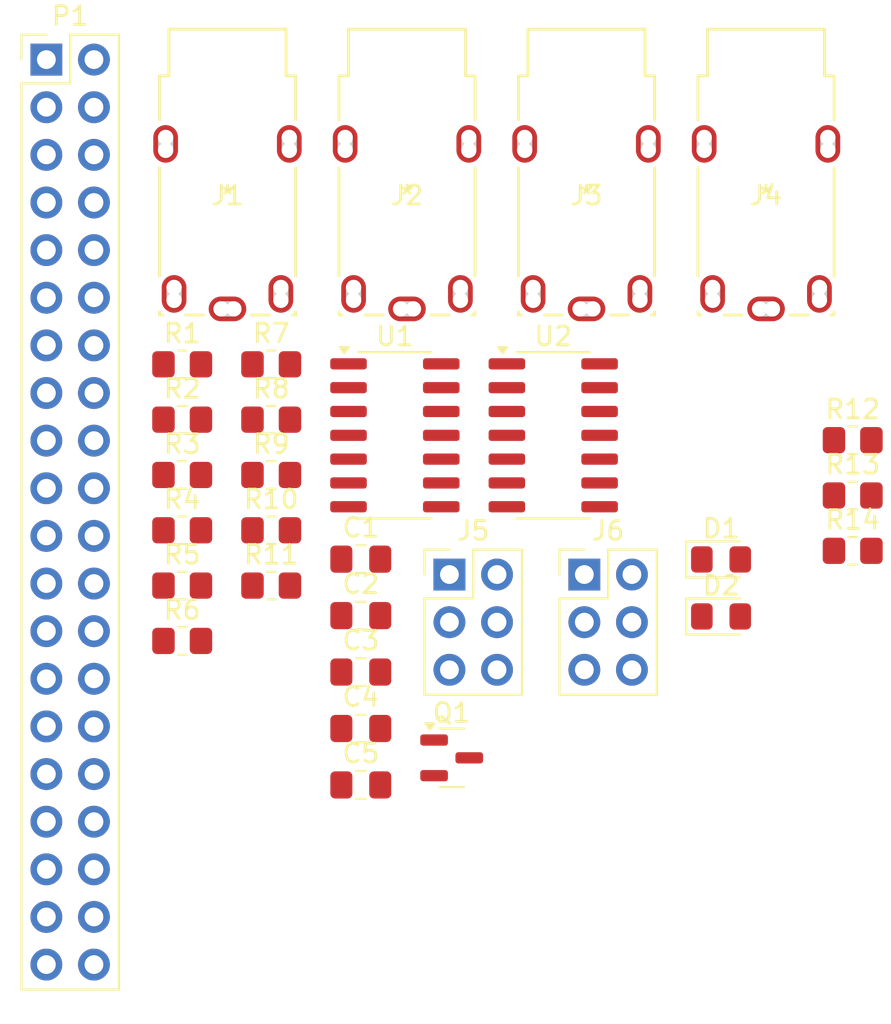
<source format=kicad_pcb>
(kicad_pcb (version 20240108) (generator "pcbnew") (generator_version "8.0")
  (layers (0 "F.Cu" signal) (31 "B.Cu" signal) (34 "B.Paste" user) (35 "F.Paste" user) (36 "B.SilkS" user "B.Silkscreen") (37 "F.SilkS" user "F.Silkscreen") (38 "B.Mask" user) (39 "F.Mask" user) (44 "Edge.Cuts" user))
  (net 0 "")
  (net 1 "Net-(C1-Pad1)")
  (net 2 "<NO NET>")
  (net 3 "Net-(C2-Pad1)")
  (net 4 "+3.3V")
  (net 5 "Net-(D1-A)")
  (net 6 "Net-(D2-K)")
  (net 7 "Net-(D2-A)")
  (net 8 "Net-(J5-Pin_3)")
  (net 9 "Net-(J5-Pin_1)")
  (net 10 "Net-(J5-Pin_5)")
  (net 11 "Net-(J6-Pin_2)")
  (net 12 "Net-(J6-Pin_4)")
  (net 13 "Net-(J6-Pin_6)")
  (net 15 "/ADC_CH0")
  (net 18 "/ADC_CH1")
  (net 20 "Net-(J5-Pin_4)")
  (net 21 "Net-(J6-Pin_1)")
  (net 23 "/SCLK")
  (net 33 "/IR_OUT")
  (net 36 "/MISO")
  (net 41 "/MOSI")
  (net 43 "/IR_OUT_POL")
  (net 46 "/IR_IN_POL")
  (net 47 "/ADC_CS")
  (net 48 "/IR_IN")
  (net 51 "+5V")
  (net 53 "Net-(Q1-G)")
  (net 54 "Net-(R3-Pad1)")
  (footprint "Resistor_SMD:R_0805_2012Metric_Pad1.20x1.40mm_HandSolder" (layer "F.Cu") (at 94 75.1)
    (property "Reference" "R12" (at 0 -1.65 0) (layer "F.SilkS"))
    (property "Value" "100K")
    (fp_line (start -0.227064 -0.735) (end 0.227064 -0.735) (stroke (width 0.12)) (layer "F.SilkS"))
    (fp_line (start -0.227064 0.735) (end 0.227064 0.735) (stroke (width 0.12)) (layer "F.SilkS"))
    (pad "1" smd roundrect (at -1 0) (size 1.2 1.4) (layers "F.Cu" "F.Paste" "F.Mask") (roundrect_rratio 0.208333) (net 2 "<NO NET>"))
    (pad "2" smd roundrect (at 1 0) (size 1.2 1.4) (layers "F.Cu" "F.Paste" "F.Mask") (roundrect_rratio 0.208333) (net 33 "/IR_OUT"))
  )
  (footprint "raspberry-pi-hat:54-00174_TEN" (layer "F.Cu") (at 70.21518 62.0478)
    (property "Reference" "J2" (at 0 0 0) (layer "F.SilkS"))
    (property "Value" "IR_OUT_JACK")
    (fp_line (start -3.6322 -6.3754) (end -3.1242 -6.3754) (stroke (width 0.1524)) (layer "F.SilkS"))
    (fp_line (start -3.6322 -4.02704) (end -3.6322 -6.3754) (stroke (width 0.1524)) (layer "F.SilkS"))
    (fp_line (start -3.6322 4.296747) (end -3.6322 -1.469758) (stroke (width 0.1524)) (layer "F.SilkS"))
    (fp_line (start -3.6322 6.3754) (end -3.6322 6.206153) (stroke (width 0.1524)) (layer "F.SilkS"))
    (fp_line (start -3.463303 6.3754) (end -3.6322 6.3754) (stroke (width 0.1524)) (layer "F.SilkS"))
    (fp_line (start -3.1242 -8.8646) (end 3.1242 -8.8646) (stroke (width 0.1524)) (layer "F.SilkS"))
    (fp_line (start -3.1242 -6.3754) (end -3.1242 -8.8646) (stroke (width 0.1524)) (layer "F.SilkS"))
    (fp_line (start -1.281755 6.3754) (end -2.236457 6.3754) (stroke (width 0.1524)) (layer "F.SilkS"))
    (fp_line (start 2.236457 6.3754) (end 1.281755 6.3754) (stroke (width 0.1524)) (layer "F.SilkS"))
    (fp_line (start 3.1242 -8.8646) (end 3.1242 -6.3754) (stroke (width 0.1524)) (layer "F.SilkS"))
    (fp_line (start 3.1242 -6.3754) (end 3.6322 -6.3754) (stroke (width 0.1524)) (layer "F.SilkS"))
    (fp_line (start 3.6322 -6.3754) (end 3.6322 -4.02704) (stroke (width 0.1524)) (layer "F.SilkS"))
    (fp_line (start 3.6322 -1.469758) (end 3.6322 4.296747) (stroke (width 0.1524)) (layer "F.SilkS"))
    (fp_line (start 3.6322 6.206153) (end 3.6322 6.3754) (stroke (width 0.1524)) (layer "F.SilkS"))
    (fp_line (start 3.6322 6.3754) (end 3.463303 6.3754) (stroke (width 0.1524)) (layer "F.SilkS"))
    (fp_line (start -3.29946 -2.405499) (end -3.29946 -3.091299) (stroke (width 0.8128)) (layer "Edge.Cuts"))
    (fp_line (start -2.84988 5.59435) (end -2.84988 4.90855) (stroke (width 0.8128)) (layer "Edge.Cuts"))
    (fp_line (start -0.3429 6.05155) (end 0.3429 6.05155) (stroke (width 0.8128)) (layer "Edge.Cuts"))
    (fp_line (start 2.84988 5.59435) (end 2.84988 4.90855) (stroke (width 0.8128)) (layer "Edge.Cuts"))
    (fp_line (start 3.29946 -2.405499) (end 3.29946 -3.091299) (stroke (width 0.8128)) (layer "Edge.Cuts"))
    (fp_text user "*" (at 0 0 0) (layer "F.SilkS"))
    (pad "" np_thru_hole circle (at -3.29946 -3.091299) (size 0.8128 0.8128) (drill 0.8128) (layers "*.Cu" "*.Mask"))
    (pad "" np_thru_hole circle (at -3.29946 -2.405499) (size 0.8128 0.8128) (drill 0.8128) (layers "*.Cu" "*.Mask"))
    (pad "" np_thru_hole circle (at -2.84988 4.90855) (size 0.8128 0.8128) (drill 0.8128) (layers "*.Cu" "*.Mask"))
    (pad "" np_thru_hole circle (at -2.84988 5.59435) (size 0.8128 0.8128) (drill 0.8128) (layers "*.Cu" "*.Mask"))
    (pad "" np_thru_hole circle (at -0.3429 6.05155) (size 0.8128 0.8128) (drill 0.8128) (layers "*.Cu" "*.Mask"))
    (pad "" np_thru_hole circle (at 0 -4.24815) (size 1.1938 1.1938) (drill 1.1938) (layers "*.Cu" "*.Mask"))
    (pad "" np_thru_hole circle (at 0 2.75082) (size 1.1938 1.1938) (drill 1.1938) (layers "*.Cu" "*.Mask"))
    (pad "" np_thru_hole circle (at 0.3429 6.05155) (size 0.8128 0.8128) (drill 0.8128) (layers "*.Cu" "*.Mask"))
    (pad "" np_thru_hole circle (at 2.84988 4.90855) (size 0.8128 0.8128) (drill 0.8128) (layers "*.Cu" "*.Mask"))
    (pad "" np_thru_hole circle (at 2.84988 5.59435) (size 0.8128 0.8128) (drill 0.8128) (layers "*.Cu" "*.Mask"))
    (pad "" np_thru_hole circle (at 3.29946 -3.091299) (size 0.8128 0.8128) (drill 0.8128) (layers "*.Cu" "*.Mask"))
    (pad "" np_thru_hole circle (at 3.29946 -2.405499) (size 0.8128 0.8128) (drill 0.8128) (layers "*.Cu" "*.Mask"))
    (pad "R1" smd oval (at -2.84988 5.25145) (size 1.3208 2.0066) (layers "F.Cu" "F.Paste" "F.Mask") (net 12 "Net-(J6-Pin_4)"))
    (pad "R2" smd oval (at 2.84988 5.25145) (size 1.3208 2.0066) (layers "F.Cu" "F.Paste" "F.Mask") (net 13 "Net-(J6-Pin_6)"))
    (pad "S" smd oval (at 0 6.05155) (size 2.0066 1.3208) (layers "F.Cu" "F.Paste" "F.Mask") (net 13 "Net-(J6-Pin_6)"))
    (pad "T" smd oval (at -3.29946 -2.748399) (size 1.3208 2.0066) (layers "F.Cu" "F.Paste" "F.Mask") (net 11 "Net-(J6-Pin_2)"))
    (pad "T" smd oval (at 3.29946 -2.748399) (size 1.3208 2.0066) (layers "F.Cu" "F.Paste" "F.Mask") (net 11 "Net-(J6-Pin_2)"))
  )
  (footprint "Resistor_SMD:R_0805_2012Metric_Pad1.20x1.40mm_HandSolder" (layer "F.Cu") (at 62.97 76.955)
    (property "Reference" "R9" (at 0 -1.65 0) (layer "F.SilkS"))
    (property "Value" "33R")
    (fp_line (start -0.227064 -0.735) (end 0.227064 -0.735) (stroke (width 0.12)) (layer "F.SilkS"))
    (fp_line (start -0.227064 0.735) (end 0.227064 0.735) (stroke (width 0.12)) (layer "F.SilkS"))
    (pad "1" smd roundrect (at -1 0) (size 1.2 1.4) (layers "F.Cu" "F.Paste" "F.Mask") (roundrect_rratio 0.208333) (net 3 "Net-(C2-Pad1)"))
    (pad "2" smd roundrect (at 1 0) (size 1.2 1.4) (layers "F.Cu" "F.Paste" "F.Mask") (roundrect_rratio 0.208333) (net 18 "/ADC_CH1"))
  )
  (footprint "raspberry-pi-hat:54-00174_TEN" (layer "F.Cu") (at 79.7953 62.0478)
    (property "Reference" "J3" (at 0 0 0) (layer "F.SilkS"))
    (property "Value" "ADC0_JACK")
    (fp_line (start -3.6322 -6.3754) (end -3.1242 -6.3754) (stroke (width 0.1524)) (layer "F.SilkS"))
    (fp_line (start -3.6322 -4.02704) (end -3.6322 -6.3754) (stroke (width 0.1524)) (layer "F.SilkS"))
    (fp_line (start -3.6322 4.296747) (end -3.6322 -1.469758) (stroke (width 0.1524)) (layer "F.SilkS"))
    (fp_line (start -3.6322 6.3754) (end -3.6322 6.206153) (stroke (width 0.1524)) (layer "F.SilkS"))
    (fp_line (start -3.463303 6.3754) (end -3.6322 6.3754) (stroke (width 0.1524)) (layer "F.SilkS"))
    (fp_line (start -3.1242 -8.8646) (end 3.1242 -8.8646) (stroke (width 0.1524)) (layer "F.SilkS"))
    (fp_line (start -3.1242 -6.3754) (end -3.1242 -8.8646) (stroke (width 0.1524)) (layer "F.SilkS"))
    (fp_line (start -1.281755 6.3754) (end -2.236457 6.3754) (stroke (width 0.1524)) (layer "F.SilkS"))
    (fp_line (start 2.236457 6.3754) (end 1.281755 6.3754) (stroke (width 0.1524)) (layer "F.SilkS"))
    (fp_line (start 3.1242 -8.8646) (end 3.1242 -6.3754) (stroke (width 0.1524)) (layer "F.SilkS"))
    (fp_line (start 3.1242 -6.3754) (end 3.6322 -6.3754) (stroke (width 0.1524)) (layer "F.SilkS"))
    (fp_line (start 3.6322 -6.3754) (end 3.6322 -4.02704) (stroke (width 0.1524)) (layer "F.SilkS"))
    (fp_line (start 3.6322 -1.469758) (end 3.6322 4.296747) (stroke (width 0.1524)) (layer "F.SilkS"))
    (fp_line (start 3.6322 6.206153) (end 3.6322 6.3754) (stroke (width 0.1524)) (layer "F.SilkS"))
    (fp_line (start 3.6322 6.3754) (end 3.463303 6.3754) (stroke (width 0.1524)) (layer "F.SilkS"))
    (fp_line (start -3.29946 -2.405499) (end -3.29946 -3.091299) (stroke (width 0.8128)) (layer "Edge.Cuts"))
    (fp_line (start -2.84988 5.59435) (end -2.84988 4.90855) (stroke (width 0.8128)) (layer "Edge.Cuts"))
    (fp_line (start -0.3429 6.05155) (end 0.3429 6.05155) (stroke (width 0.8128)) (layer "Edge.Cuts"))
    (fp_line (start 2.84988 5.59435) (end 2.84988 4.90855) (stroke (width 0.8128)) (layer "Edge.Cuts"))
    (fp_line (start 3.29946 -2.405499) (end 3.29946 -3.091299) (stroke (width 0.8128)) (layer "Edge.Cuts"))
    (fp_text user "*" (at 0 0 0) (layer "F.SilkS"))
    (pad "" np_thru_hole circle (at -3.29946 -3.091299) (size 0.8128 0.8128) (drill 0.8128) (layers "*.Cu" "*.Mask"))
    (pad "" np_thru_hole circle (at -3.29946 -2.405499) (size 0.8128 0.8128) (drill 0.8128) (layers "*.Cu" "*.Mask"))
    (pad "" np_thru_hole circle (at -2.84988 4.90855) (size 0.8128 0.8128) (drill 0.8128) (layers "*.Cu" "*.Mask"))
    (pad "" np_thru_hole circle (at -2.84988 5.59435) (size 0.8128 0.8128) (drill 0.8128) (layers "*.Cu" "*.Mask"))
    (pad "" np_thru_hole circle (at -0.3429 6.05155) (size 0.8128 0.8128) (drill 0.8128) (layers "*.Cu" "*.Mask"))
    (pad "" np_thru_hole circle (at 0 -4.24815) (size 1.1938 1.1938) (drill 1.1938) (layers "*.Cu" "*.Mask"))
    (pad "" np_thru_hole circle (at 0 2.75082) (size 1.1938 1.1938) (drill 1.1938) (layers "*.Cu" "*.Mask"))
    (pad "" np_thru_hole circle (at 0.3429 6.05155) (size 0.8128 0.8128) (drill 0.8128) (layers "*.Cu" "*.Mask"))
    (pad "" np_thru_hole circle (at 2.84988 4.90855) (size 0.8128 0.8128) (drill 0.8128) (layers "*.Cu" "*.Mask"))
    (pad "" np_thru_hole circle (at 2.84988 5.59435) (size 0.8128 0.8128) (drill 0.8128) (layers "*.Cu" "*.Mask"))
    (pad "" np_thru_hole circle (at 3.29946 -3.091299) (size 0.8128 0.8128) (drill 0.8128) (layers "*.Cu" "*.Mask"))
    (pad "" np_thru_hole circle (at 3.29946 -2.405499) (size 0.8128 0.8128) (drill 0.8128) (layers "*.Cu" "*.Mask"))
    (pad "R1" smd oval (at -2.84988 5.25145) (size 1.3208 2.0066) (layers "F.Cu" "F.Paste" "F.Mask"))
    (pad "R2" smd oval (at 2.84988 5.25145) (size 1.3208 2.0066) (layers "F.Cu" "F.Paste" "F.Mask"))
    (pad "S" smd oval (at 0 6.05155) (size 2.0066 1.3208) (layers "F.Cu" "F.Paste" "F.Mask") (net 1 "Net-(C1-Pad1)"))
    (pad "T" smd oval (at -3.29946 -2.748399) (size 1.3208 2.0066) (layers "F.Cu" "F.Paste" "F.Mask") (net 15 "/ADC_CH0"))
    (pad "T" smd oval (at 3.29946 -2.748399) (size 1.3208 2.0066) (layers "F.Cu" "F.Paste" "F.Mask") (net 15 "/ADC_CH0"))
  )
  (footprint "Connector_PinHeader_2.54mm:PinHeader_2x03_P2.54mm_Vertical" (layer "F.Cu") (at 72.48 82.265)
    (property "Reference" "J5" (at 1.27 -2.33 0) (layer "F.SilkS"))
    (property "Value" "IR_IN_JMP")
    (fp_line (start -1.33 -1.33) (end 0 -1.33) (stroke (width 0.12)) (layer "F.SilkS"))
    (fp_line (start -1.33 0) (end -1.33 -1.33) (stroke (width 0.12)) (layer "F.SilkS"))
    (fp_line (start -1.33 1.27) (end -1.33 6.41) (stroke (width 0.12)) (layer "F.SilkS"))
    (fp_line (start -1.33 1.27) (end 1.27 1.27) (stroke (width 0.12)) (layer "F.SilkS"))
    (fp_line (start -1.33 6.41) (end 3.87 6.41) (stroke (width 0.12)) (layer "F.SilkS"))
    (fp_line (start 1.27 -1.33) (end 3.87 -1.33) (stroke (width 0.12)) (layer "F.SilkS"))
    (fp_line (start 1.27 1.27) (end 1.27 -1.33) (stroke (width 0.12)) (layer "F.SilkS"))
    (fp_line (start 3.87 -1.33) (end 3.87 6.41) (stroke (width 0.12)) (layer "F.SilkS"))
    (pad "1" thru_hole rect (at 0 0) (size 1.7 1.7) (drill 1) (layers "*.Cu" "*.Mask") (net 9 "Net-(J5-Pin_1)"))
    (pad "2" thru_hole oval (at 2.54 0) (size 1.7 1.7) (drill 1) (layers "*.Cu" "*.Mask") (net 4 "+3.3V"))
    (pad "3" thru_hole oval (at 0 2.54) (size 1.7 1.7) (drill 1) (layers "*.Cu" "*.Mask") (net 8 "Net-(J5-Pin_3)"))
    (pad "4" thru_hole oval (at 2.54 2.54) (size 1.7 1.7) (drill 1) (layers "*.Cu" "*.Mask") (net 20 "Net-(J5-Pin_4)"))
    (pad "5" thru_hole oval (at 0 5.08) (size 1.7 1.7) (drill 1) (layers "*.Cu" "*.Mask") (net 10 "Net-(J5-Pin_5)"))
    (pad "6" thru_hole oval (at 2.54 5.08) (size 1.7 1.7) (drill 1) (layers "*.Cu" "*.Mask") (net 2 "<NO NET>"))
  )
  (footprint "Resistor_SMD:R_0805_2012Metric_Pad1.20x1.40mm_HandSolder" (layer "F.Cu") (at 58.22 71.055)
    (property "Reference" "R1" (at 0 -1.65 0) (layer "F.SilkS"))
    (property "Value" "180R")
    (fp_line (start -0.227064 -0.735) (end 0.227064 -0.735) (stroke (width 0.12)) (layer "F.SilkS"))
    (fp_line (start -0.227064 0.735) (end 0.227064 0.735) (stroke (width 0.12)) (layer "F.SilkS"))
    (pad "1" smd roundrect (at -1 0) (size 1.2 1.4) (layers "F.Cu" "F.Paste" "F.Mask") (roundrect_rratio 0.208333) (net 48 "/IR_IN"))
    (pad "2" smd roundrect (at 1 0) (size 1.2 1.4) (layers "F.Cu" "F.Paste" "F.Mask") (roundrect_rratio 0.208333) (net 5 "Net-(D1-A)"))
  )
  (footprint "Connector_PinHeader_2.54mm:PinHeader_2x03_P2.54mm_Vertical" (layer "F.Cu") (at 79.68 82.265)
    (property "Reference" "J6" (at 1.27 -2.33 0) (layer "F.SilkS"))
    (property "Value" "IR_OUT_JMP")
    (fp_line (start -1.33 -1.33) (end 0 -1.33) (stroke (width 0.12)) (layer "F.SilkS"))
    (fp_line (start -1.33 0) (end -1.33 -1.33) (stroke (width 0.12)) (layer "F.SilkS"))
    (fp_line (start -1.33 1.27) (end -1.33 6.41) (stroke (width 0.12)) (layer "F.SilkS"))
    (fp_line (start -1.33 1.27) (end 1.27 1.27) (stroke (width 0.12)) (layer "F.SilkS"))
    (fp_line (start -1.33 6.41) (end 3.87 6.41) (stroke (width 0.12)) (layer "F.SilkS"))
    (fp_line (start 1.27 -1.33) (end 3.87 -1.33) (stroke (width 0.12)) (layer "F.SilkS"))
    (fp_line (start 1.27 1.27) (end 1.27 -1.33) (stroke (width 0.12)) (layer "F.SilkS"))
    (fp_line (start 3.87 -1.33) (end 3.87 6.41) (stroke (width 0.12)) (layer "F.SilkS"))
    (pad "1" thru_hole rect (at 0 0) (size 1.7 1.7) (drill 1) (layers "*.Cu" "*.Mask") (net 21 "Net-(J6-Pin_1)"))
    (pad "2" thru_hole oval (at 2.54 0) (size 1.7 1.7) (drill 1) (layers "*.Cu" "*.Mask") (net 11 "Net-(J6-Pin_2)"))
    (pad "3" thru_hole oval (at 0 2.54) (size 1.7 1.7) (drill 1) (layers "*.Cu" "*.Mask") (net 6 "Net-(D2-K)"))
    (pad "4" thru_hole oval (at 2.54 2.54) (size 1.7 1.7) (drill 1) (layers "*.Cu" "*.Mask") (net 12 "Net-(J6-Pin_4)"))
    (pad "5" thru_hole oval (at 0 5.08) (size 1.7 1.7) (drill 1) (layers "*.Cu" "*.Mask") (net 6 "Net-(D2-K)"))
    (pad "6" thru_hole oval (at 2.54 5.08) (size 1.7 1.7) (drill 1) (layers "*.Cu" "*.Mask") (net 13 "Net-(J6-Pin_6)"))
  )
  (footprint "Resistor_SMD:R_0805_2012Metric_Pad1.20x1.40mm_HandSolder" (layer "F.Cu") (at 58.22 85.805)
    (property "Reference" "R6" (at 0 -1.65 0) (layer "F.SilkS"))
    (property "Value" "10K")
    (fp_line (start -0.227064 -0.735) (end 0.227064 -0.735) (stroke (width 0.12)) (layer "F.SilkS"))
    (fp_line (start -0.227064 0.735) (end 0.227064 0.735) (stroke (width 0.12)) (layer "F.SilkS"))
    (pad "1" smd roundrect (at -1 0) (size 1.2 1.4) (layers "F.Cu" "F.Paste" "F.Mask") (roundrect_rratio 0.208333) (net 2 "<NO NET>"))
    (pad "2" smd roundrect (at 1 0) (size 1.2 1.4) (layers "F.Cu" "F.Paste" "F.Mask") (roundrect_rratio 0.208333) (net 1 "Net-(C1-Pad1)"))
  )
  (footprint "Resistor_SMD:R_0805_2012Metric_Pad1.20x1.40mm_HandSolder" (layer "F.Cu") (at 58.22 82.855)
    (property "Reference" "R5" (at 0 -1.65 0) (layer "F.SilkS"))
    (property "Value" "180R")
    (fp_line (start -0.227064 -0.735) (end 0.227064 -0.735) (stroke (width 0.12)) (layer "F.SilkS"))
    (fp_line (start -0.227064 0.735) (end 0.227064 0.735) (stroke (width 0.12)) (layer "F.SilkS"))
    (pad "1" smd roundrect (at -1 0) (size 1.2 1.4) (layers "F.Cu" "F.Paste" "F.Mask") (roundrect_rratio 0.208333) (net 7 "Net-(D2-A)"))
    (pad "2" smd roundrect (at 1 0) (size 1.2 1.4) (layers "F.Cu" "F.Paste" "F.Mask") (roundrect_rratio 0.208333) (net 4 "+3.3V"))
  )
  (footprint "Capacitor_SMD:C_0805_2012Metric_Pad1.18x1.45mm_HandSolder" (layer "F.Cu") (at 67.75 90.475)
    (property "Reference" "C4" (at 0 -1.68 0) (layer "F.SilkS"))
    (property "Value" "0.1uF")
    (fp_line (start -0.261252 -0.735) (end 0.261252 -0.735) (stroke (width 0.12)) (layer "F.SilkS"))
    (fp_line (start -0.261252 0.735) (end 0.261252 0.735) (stroke (width 0.12)) (layer "F.SilkS"))
    (pad "1" smd roundrect (at -1.0375 0) (size 1.175 1.45) (layers "F.Cu" "F.Paste" "F.Mask") (roundrect_rratio 0.212766) (net 4 "+3.3V"))
    (pad "2" smd roundrect (at 1.0375 0) (size 1.175 1.45) (layers "F.Cu" "F.Paste" "F.Mask") (roundrect_rratio 0.212766) (net 2 "<NO NET>"))
  )
  (footprint "Capacitor_SMD:C_0805_2012Metric_Pad1.18x1.45mm_HandSolder" (layer "F.Cu") (at 67.75 87.465)
    (property "Reference" "C3" (at 0 -1.68 0) (layer "F.SilkS"))
    (property "Value" "0.1uF")
    (fp_line (start -0.261252 -0.735) (end 0.261252 -0.735) (stroke (width 0.12)) (layer "F.SilkS"))
    (fp_line (start -0.261252 0.735) (end 0.261252 0.735) (stroke (width 0.12)) (layer "F.SilkS"))
    (pad "1" smd roundrect (at -1.0375 0) (size 1.175 1.45) (layers "F.Cu" "F.Paste" "F.Mask") (roundrect_rratio 0.212766) (net 4 "+3.3V"))
    (pad "2" smd roundrect (at 1.0375 0) (size 1.175 1.45) (layers "F.Cu" "F.Paste" "F.Mask") (roundrect_rratio 0.212766) (net 2 "<NO NET>"))
  )
  (footprint "Capacitor_SMD:C_0805_2012Metric_Pad1.18x1.45mm_HandSolder" (layer "F.Cu") (at 67.75 84.455)
    (property "Reference" "C2" (at 0 -1.68 0) (layer "F.SilkS"))
    (property "Value" "10uF")
    (fp_line (start -0.261252 -0.735) (end 0.261252 -0.735) (stroke (width 0.12)) (layer "F.SilkS"))
    (fp_line (start -0.261252 0.735) (end 0.261252 0.735) (stroke (width 0.12)) (layer "F.SilkS"))
    (pad "1" smd roundrect (at -1.0375 0) (size 1.175 1.45) (layers "F.Cu" "F.Paste" "F.Mask") (roundrect_rratio 0.212766) (net 3 "Net-(C2-Pad1)"))
    (pad "2" smd roundrect (at 1.0375 0) (size 1.175 1.45) (layers "F.Cu" "F.Paste" "F.Mask") (roundrect_rratio 0.212766) (net 2 "<NO NET>"))
  )
  (footprint "Capacitor_SMD:C_0805_2012Metric_Pad1.18x1.45mm_HandSolder" (layer "F.Cu") (at 67.75 81.445)
    (property "Reference" "C1" (at 0 -1.68 0) (layer "F.SilkS"))
    (property "Value" "10uF")
    (fp_line (start -0.261252 -0.735) (end 0.261252 -0.735) (stroke (width 0.12)) (layer "F.SilkS"))
    (fp_line (start -0.261252 0.735) (end 0.261252 0.735) (stroke (width 0.12)) (layer "F.SilkS"))
    (pad "1" smd roundrect (at -1.0375 0) (size 1.175 1.45) (layers "F.Cu" "F.Paste" "F.Mask") (roundrect_rratio 0.212766) (net 1 "Net-(C1-Pad1)"))
    (pad "2" smd roundrect (at 1.0375 0) (size 1.175 1.45) (layers "F.Cu" "F.Paste" "F.Mask") (roundrect_rratio 0.212766) (net 2 "<NO NET>"))
  )
  (footprint "Connector_PinHeader_2.54mm:PinHeader_2x20_P2.54mm_Vertical" (layer "F.Cu") (at 50.97 54.805)
    (property "Reference" "P1" (at 1.27 -2.33 0) (layer "F.SilkS"))
    (property "Value" "RPi-GPIO")
    (fp_line (start -1.33 -1.33) (end 0 -1.33) (stroke (width 0.12)) (layer "F.SilkS"))
    (fp_line (start -1.33 0) (end -1.33 -1.33) (stroke (width 0.12)) (layer "F.SilkS"))
    (fp_line (start -1.33 1.27) (end -1.33 49.59) (stroke (width 0.12)) (layer "F.SilkS"))
    (fp_line (start -1.33 1.27) (end 1.27 1.27) (stroke (width 0.12)) (layer "F.SilkS"))
    (fp_line (start -1.33 49.59) (end 3.87 49.59) (stroke (width 0.12)) (layer "F.SilkS"))
    (fp_line (start 1.27 -1.33) (end 3.87 -1.33) (stroke (width 0.12)) (layer "F.SilkS"))
    (fp_line (start 1.27 1.27) (end 1.27 -1.33) (stroke (width 0.12)) (layer "F.SilkS"))
    (fp_line (start 3.87 -1.33) (end 3.87 49.59) (stroke (width 0.12)) (layer "F.SilkS"))
    (pad "1" thru_hole rect (at 0 0) (size 1.7 1.7) (drill 1) (layers "*.Cu" "*.Mask") (net 4 "+3.3V"))
    (pad "2" thru_hole oval (at 2.54 0) (size 1.7 1.7) (drill 1) (layers "*.Cu" "*.Mask") (net 51 "+5V"))
    (pad "3" thru_hole oval (at 0 2.54) (size 1.7 1.7) (drill 1) (layers "*.Cu" "*.Mask"))
    (pad "4" thru_hole oval (at 2.54 2.54) (size 1.7 1.7) (drill 1) (layers "*.Cu" "*.Mask"))
    (pad "5" thru_hole oval (at 0 5.08) (size 1.7 1.7) (drill 1) (layers "*.Cu" "*.Mask"))
    (pad "6" thru_hole oval (at 2.54 5.08) (size 1.7 1.7) (drill 1) (layers "*.Cu" "*.Mask") (net 2 "<NO NET>"))
    (pad "7" thru_hole oval (at 0 7.62) (size 1.7 1.7) (drill 1) (layers "*.Cu" "*.Mask"))
    (pad "8" thru_hole oval (at 2.54 7.62) (size 1.7 1.7) (drill 1) (layers "*.Cu" "*.Mask"))
    (pad "9" thru_hole oval (at 0 10.16) (size 1.7 1.7) (drill 1) (layers "*.Cu" "*.Mask") (net 2 "<NO NET>"))
    (pad "10" thru_hole oval (at 2.54 10.16) (size 1.7 1.7) (drill 1) (layers "*.Cu" "*.Mask"))
    (pad "11" thru_hole oval (at 0 12.7) (size 1.7 1.7) (drill 1) (layers "*.Cu" "*.Mask") (net 48 "/IR_IN"))
    (pad "12" thru_hole oval (at 2.54 12.7) (size 1.7 1.7) (drill 1) (layers "*.Cu" "*.Mask") (net 33 "/IR_OUT"))
    (pad "13" thru_hole oval (at 0 15.24) (size 1.7 1.7) (drill 1) (layers "*.Cu" "*.Mask"))
    (pad "14" thru_hole oval (at 2.54 15.24) (size 1.7 1.7) (drill 1) (layers "*.Cu" "*.Mask") (net 2 "<NO NET>"))
    (pad "15" thru_hole oval (at 0 17.78) (size 1.7 1.7) (drill 1) (layers "*.Cu" "*.Mask"))
    (pad "16" thru_hole oval (at 2.54 17.78) (size 1.7 1.7) (drill 1) (layers "*.Cu" "*.Mask") (net 43 "/IR_OUT_POL"))
    (pad "17" thru_hole oval (at 0 20.32) (size 1.7 1.7) (drill 1) (layers "*.Cu" "*.Mask"))
    (pad "18" thru_hole oval (at 2.54 20.32) (size 1.7 1.7) (drill 1) (layers "*.Cu" "*.Mask"))
    (pad "19" thru_hole oval (at 0 22.86) (size 1.7 1.7) (drill 1) (layers "*.Cu" "*.Mask") (net 41 "/MOSI"))
    (pad "20" thru_hole oval (at 2.54 22.86) (size 1.7 1.7) (drill 1) (layers "*.Cu" "*.Mask") (net 2 "<NO NET>"))
    (pad "21" thru_hole oval (at 0 25.4) (size 1.7 1.7) (drill 1) (layers "*.Cu" "*.Mask") (net 36 "/MISO"))
    (pad "22" thru_hole oval (at 2.54 25.4) (size 1.7 1.7) (drill 1) (layers "*.Cu" "*.Mask") (net 46 "/IR_IN_POL"))
    (pad "23" thru_hole oval (at 0 27.94) (size 1.7 1.7) (drill 1) (layers "*.Cu" "*.Mask") (net 23 "/SCLK"))
    (pad "24" thru_hole oval (at 2.54 27.94) (size 1.7 1.7) (drill 1) (layers "*.Cu" "*.Mask") (net 47 "/ADC_CS"))
    (pad "25" thru_hole oval (at 0 30.48) (size 1.7 1.7) (drill 1) (layers "*.Cu" "*.Mask") (net 2 "<NO NET>"))
    (pad "26" thru_hole oval (at 2.54 30.48) (size 1.7 1.7) (drill 1) (layers "*.Cu" "*.Mask"))
    (pad "27" thru_hole oval (at 0 33.02) (size 1.7 1.7) (drill 1) (layers "*.Cu" "*.Mask"))
    (pad "28" thru_hole oval (at 2.54 33.02) (size 1.7 1.7) (drill 1) (layers "*.Cu" "*.Mask"))
    (pad "29" thru_hole oval (at 0 35.56) (size 1.7 1.7) (drill 1) (layers "*.Cu" "*.Mask"))
    (pad "30" thru_hole oval (at 2.54 35.56) (size 1.7 1.7) (drill 1) (layers "*.Cu" "*.Mask") (net 2 "<NO NET>"))
    (pad "31" thru_hole oval (at 0 38.1) (size 1.7 1.7) (drill 1) (layers "*.Cu" "*.Mask"))
    (pad "32" thru_hole oval (at 2.54 38.1) (size 1.7 1.7) (drill 1) (layers "*.Cu" "*.Mask"))
    (pad "33" thru_hole oval (at 0 40.64) (size 1.7 1.7) (drill 1) (layers "*.Cu" "*.Mask"))
    (pad "34" thru_hole oval (at 2.54 40.64) (size 1.7 1.7) (drill 1) (layers "*.Cu" "*.Mask") (net 2 "<NO NET>"))
    (pad "35" thru_hole oval (at 0 43.18) (size 1.7 1.7) (drill 1) (layers "*.Cu" "*.Mask"))
    (pad "36" thru_hole oval (at 2.54 43.18) (size 1.7 1.7) (drill 1) (layers "*.Cu" "*.Mask"))
    (pad "37" thru_hole oval (at 0 45.72) (size 1.7 1.7) (drill 1) (layers "*.Cu" "*.Mask"))
    (pad "38" thru_hole oval (at 2.54 45.72) (size 1.7 1.7) (drill 1) (layers "*.Cu" "*.Mask"))
    (pad "39" thru_hole oval (at 0 48.26) (size 1.7 1.7) (drill 1) (layers "*.Cu" "*.Mask") (net 2 "<NO NET>"))
    (pad "40" thru_hole oval (at 2.54 48.26) (size 1.7 1.7) (drill 1) (layers "*.Cu" "*.Mask"))
  )
  (footprint "LED_SMD:LED_0805_2012Metric_Pad1.15x1.40mm_HandSolder" (layer "F.Cu") (at 86.975 84.5)
    (property "Reference" "D2" (at 0 -1.65 0) (layer "F.SilkS"))
    (property "Value" "IR_OUT_LED")
    (fp_line (start -1.86 -0.96) (end -1.86 0.96) (stroke (width 0.12)) (layer "F.SilkS"))
    (fp_line (start -1.86 0.96) (end 1 0.96) (stroke (width 0.12)) (layer "F.SilkS"))
    (fp_line (start 1 -0.96) (end -1.86 -0.96) (stroke (width 0.12)) (layer "F.SilkS"))
    (pad "1" smd roundrect (at -1.025 0) (size 1.15 1.4) (layers "F.Cu" "F.Paste" "F.Mask") (roundrect_rratio 0.217391) (net 6 "Net-(D2-K)"))
    (pad "2" smd roundrect (at 1.025 0) (size 1.15 1.4) (layers "F.Cu" "F.Paste" "F.Mask") (roundrect_rratio 0.217391) (net 7 "Net-(D2-A)"))
  )
  (footprint "Resistor_SMD:R_0805_2012Metric_Pad1.20x1.40mm_HandSolder" (layer "F.Cu") (at 58.22 79.905)
    (property "Reference" "R4" (at 0 -1.65 0) (layer "F.SilkS"))
    (property "Value" "180R")
    (fp_line (start -0.227064 -0.735) (end 0.227064 -0.735) (stroke (width 0.12)) (layer "F.SilkS"))
    (fp_line (start -0.227064 0.735) (end 0.227064 0.735) (stroke (width 0.12)) (layer "F.SilkS"))
    (pad "1" smd roundrect (at -1 0) (size 1.2 1.4) (layers "F.Cu" "F.Paste" "F.Mask") (roundrect_rratio 0.208333) (net 21 "Net-(J6-Pin_1)"))
    (pad "2" smd roundrect (at 1 0) (size 1.2 1.4) (layers "F.Cu" "F.Paste" "F.Mask") (roundrect_rratio 0.208333) (net 4 "+3.3V"))
  )
  (footprint "Capacitor_SMD:C_0805_2012Metric_Pad1.18x1.45mm_HandSolder" (layer "F.Cu") (at 67.75 93.485)
    (property "Reference" "C5" (at 0 -1.68 0) (layer "F.SilkS"))
    (property "Value" "0.1uF")
    (fp_line (start -0.261252 -0.735) (end 0.261252 -0.735) (stroke (width 0.12)) (layer "F.SilkS"))
    (fp_line (start -0.261252 0.735) (end 0.261252 0.735) (stroke (width 0.12)) (layer "F.SilkS"))
    (pad "1" smd roundrect (at -1.0375 0) (size 1.175 1.45) (layers "F.Cu" "F.Paste" "F.Mask") (roundrect_rratio 0.212766) (net 4 "+3.3V"))
    (pad "2" smd roundrect (at 1.0375 0) (size 1.175 1.45) (layers "F.Cu" "F.Paste" "F.Mask") (roundrect_rratio 0.212766) (net 2 "<NO NET>"))
  )
  (footprint "Resistor_SMD:R_0805_2012Metric_Pad1.20x1.40mm_HandSolder" (layer "F.Cu") (at 62.97 71.055)
    (property "Reference" "R7" (at 0 -1.65 0) (layer "F.SilkS"))
    (property "Value" "10K")
    (fp_line (start -0.227064 -0.735) (end 0.227064 -0.735) (stroke (width 0.12)) (layer "F.SilkS"))
    (fp_line (start -0.227064 0.735) (end 0.227064 0.735) (stroke (width 0.12)) (layer "F.SilkS"))
    (pad "1" smd roundrect (at -1 0) (size 1.2 1.4) (layers "F.Cu" "F.Paste" "F.Mask") (roundrect_rratio 0.208333) (net 1 "Net-(C1-Pad1)"))
    (pad "2" smd roundrect (at 1 0) (size 1.2 1.4) (layers "F.Cu" "F.Paste" "F.Mask") (roundrect_rratio 0.208333) (net 4 "+3.3V"))
  )
  (footprint "raspberry-pi-hat:54-00174_TEN" (layer "F.Cu") (at 60.63506 62.0478)
    (property "Reference" "J1" (at 0 0 0) (layer "F.SilkS"))
    (property "Value" "IR_IN_JACK")
    (fp_line (start -3.6322 -6.3754) (end -3.1242 -6.3754) (stroke (width 0.1524)) (layer "F.SilkS"))
    (fp_line (start -3.6322 -4.02704) (end -3.6322 -6.3754) (stroke (width 0.1524)) (layer "F.SilkS"))
    (fp_line (start -3.6322 4.296747) (end -3.6322 -1.469758) (stroke (width 0.1524)) (layer "F.SilkS"))
    (fp_line (start -3.6322 6.3754) (end -3.6322 6.206153) (stroke (width 0.1524)) (layer "F.SilkS"))
    (fp_line (start -3.463303 6.3754) (end -3.6322 6.3754) (stroke (width 0.1524)) (layer "F.SilkS"))
    (fp_line (start -3.1242 -8.8646) (end 3.1242 -8.8646) (stroke (width 0.1524)) (layer "F.SilkS"))
    (fp_line (start -3.1242 -6.3754) (end -3.1242 -8.8646) (stroke (width 0.1524)) (layer "F.SilkS"))
    (fp_line (start -1.281755 6.3754) (end -2.236457 6.3754) (stroke (width 0.1524)) (layer "F.SilkS"))
    (fp_line (start 2.236457 6.3754) (end 1.281755 6.3754) (stroke (width 0.1524)) (layer "F.SilkS"))
    (fp_line (start 3.1242 -8.8646) (end 3.1242 -6.3754) (stroke (width 0.1524)) (layer "F.SilkS"))
    (fp_line (start 3.1242 -6.3754) (end 3.6322 -6.3754) (stroke (width 0.1524)) (layer "F.SilkS"))
    (fp_line (start 3.6322 -6.3754) (end 3.6322 -4.02704) (stroke (width 0.1524)) (layer "F.SilkS"))
    (fp_line (start 3.6322 -1.469758) (end 3.6322 4.296747) (stroke (width 0.1524)) (layer "F.SilkS"))
    (fp_line (start 3.6322 6.206153) (end 3.6322 6.3754) (stroke (width 0.1524)) (layer "F.SilkS"))
    (fp_line (start 3.6322 6.3754) (end 3.463303 6.3754) (stroke (width 0.1524)) (layer "F.SilkS"))
    (fp_line (start -3.29946 -2.405499) (end -3.29946 -3.091299) (stroke (width 0.8128)) (layer "Edge.Cuts"))
    (fp_line (start -2.84988 5.59435) (end -2.84988 4.90855) (stroke (width 0.8128)) (layer "Edge.Cuts"))
    (fp_line (start -0.3429 6.05155) (end 0.3429 6.05155) (stroke (width 0.8128)) (layer "Edge.Cuts"))
    (fp_line (start 2.84988 5.59435) (end 2.84988 4.90855) (stroke (width 0.8128)) (layer "Edge.Cuts"))
    (fp_line (start 3.29946 -2.405499) (end 3.29946 -3.091299) (stroke (width 0.8128)) (layer "Edge.Cuts"))
    (fp_text user "*" (at 0 0 0) (layer "F.SilkS"))
    (pad "" np_thru_hole circle (at -3.29946 -3.091299) (size 0.8128 0.8128) (drill 0.8128) (layers "*.Cu" "*.Mask"))
    (pad "" np_thru_hole circle (at -3.29946 -2.405499) (size 0.8128 0.8128) (drill 0.8128) (layers "*.Cu" "*.Mask"))
    (pad "" np_thru_hole circle (at -2.84988 4.90855) (size 0.8128 0.8128) (drill 0.8128) (layers "*.Cu" "*.Mask"))
    (pad "" np_thru_hole circle (at -2.84988 5.59435) (size 0.8128 0.8128) (drill 0.8128) (layers "*.Cu" "*.Mask"))
    (pad "" np_thru_hole circle (at -0.3429 6.05155) (size 0.8128 0.8128) (drill 0.8128) (layers "*.Cu" "*.Mask"))
    (pad "" np_thru_hole circle (at 0 -4.24815) (size 1.1938 1.1938) (drill 1.1938) (layers "*.Cu" "*.Mask"))
    (pad "" np_thru_hole circle (at 0 2.75082) (size 1.1938 1.1938) (drill 1.1938) (layers "*.Cu" "*.Mask"))
    (pad "" np_thru_hole circle (at 0.3429 6.05155) (size 0.8128 0.8128) (drill 0.8128) (layers "*.Cu" "*.Mask"))
    (pad "" np_thru_hole circle (at 2.84988 4.90855) (size 0.8128 0.8128) (drill 0.8128) (layers "*.Cu" "*.Mask"))
    (pad "" np_thru_hole circle (at 2.84988 5.59435) (size 0.8128 0.8128) (drill 0.8128) (layers "*.Cu" "*.Mask"))
    (pad "" np_thru_hole circle (at 3.29946 -3.091299) (size 0.8128 0.8128) (drill 0.8128) (layers "*.Cu" "*.Mask"))
    (pad "" np_thru_hole circle (at 3.29946 -2.405499) (size 0.8128 0.8128) (drill 0.8128) (layers "*.Cu" "*.Mask"))
    (pad "R1" smd oval (at -2.84988 5.25145) (size 1.3208 2.0066) (layers "F.Cu" "F.Paste" "F.Mask") (net 8 "Net-(J5-Pin_3)"))
    (pad "R2" smd oval (at 2.84988 5.25145) (size 1.3208 2.0066) (layers "F.Cu" "F.Paste" "F.Mask") (net 9 "Net-(J5-Pin_1)"))
    (pad "S" smd oval (at 0 6.05155) (size 2.0066 1.3208) (layers "F.Cu" "F.Paste" "F.Mask") (net 9 "Net-(J5-Pin_1)"))
    (pad "T" smd oval (at -3.29946 -2.748399) (size 1.3208 2.0066) (layers "F.Cu" "F.Paste" "F.Mask") (net 10 "Net-(J5-Pin_5)"))
    (pad "T" smd oval (at 3.29946 -2.748399) (size 1.3208 2.0066) (layers "F.Cu" "F.Paste" "F.Mask") (net 10 "Net-(J5-Pin_5)"))
  )
  (footprint "Resistor_SMD:R_0805_2012Metric_Pad1.20x1.40mm_HandSolder" (layer "F.Cu") (at 62.97 74.005)
    (property "Reference" "R8" (at 0 -1.65 0) (layer "F.SilkS"))
    (property "Value" "33R")
    (fp_line (start -0.227064 -0.735) (end 0.227064 -0.735) (stroke (width 0.12)) (layer "F.SilkS"))
    (fp_line (start -0.227064 0.735) (end 0.227064 0.735) (stroke (width 0.12)) (layer "F.SilkS"))
    (pad "1" smd roundrect (at -1 0) (size 1.2 1.4) (layers "F.Cu" "F.Paste" "F.Mask") (roundrect_rratio 0.208333) (net 1 "Net-(C1-Pad1)"))
    (pad "2" smd roundrect (at 1 0) (size 1.2 1.4) (layers "F.Cu" "F.Paste" "F.Mask") (roundrect_rratio 0.208333) (net 15 "/ADC_CH0"))
  )
  (footprint "Resistor_SMD:R_0805_2012Metric_Pad1.20x1.40mm_HandSolder" (layer "F.Cu") (at 94 78.05)
    (property "Reference" "R13" (at 0 -1.65 0) (layer "F.SilkS"))
    (property "Value" "100K")
    (fp_line (start -0.227064 -0.735) (end 0.227064 -0.735) (stroke (width 0.12)) (layer "F.SilkS"))
    (fp_line (start -0.227064 0.735) (end 0.227064 0.735) (stroke (width 0.12)) (layer "F.SilkS"))
    (pad "1" smd roundrect (at -1 0) (size 1.2 1.4) (layers "F.Cu" "F.Paste" "F.Mask") (roundrect_rratio 0.208333) (net 2 "<NO NET>"))
    (pad "2" smd roundrect (at 1 0) (size 1.2 1.4) (layers "F.Cu" "F.Paste" "F.Mask") (roundrect_rratio 0.208333) (net 43 "/IR_OUT_POL"))
  )
  (footprint "Package_SO:SOIC-14_3.9x8.7mm_P1.27mm" (layer "F.Cu") (at 69.57 74.84)
    (property "Reference" "U1" (at 0 -5.28 0) (layer "F.SilkS"))
    (property "Value" "MCP3204")
    (fp_line (start 0 -4.435) (end -1.95 -4.435) (stroke (width 0.12)) (layer "F.SilkS"))
    (fp_line (start 0 -4.435) (end 1.95 -4.435) (stroke (width 0.12)) (layer "F.SilkS"))
    (fp_line (start 0 4.435) (end -1.95 4.435) (stroke (width 0.12)) (layer "F.SilkS"))
    (fp_line (start 0 4.435) (end 1.95 4.435) (stroke (width 0.12)) (layer "F.SilkS"))
    (fp_poly (pts (xy -2.7 -4.37) (xy -2.94 -4.7) (xy -2.46 -4.7) (xy -2.7 -4.37)) (stroke (width 0.12)) (fill solid) (layer "F.SilkS"))
    (pad "1" smd roundrect (at -2.475 -3.81) (size 1.95 0.6) (layers "F.Cu" "F.Paste" "F.Mask") (net 15 "/ADC_CH0"))
    (pad "2" smd roundrect (at -2.475 -2.54) (size 1.95 0.6) (layers "F.Cu" "F.Paste" "F.Mask") (net 18 "/ADC_CH1"))
    (pad "3" smd roundrect (at -2.475 -1.27) (size 1.95 0.6) (layers "F.Cu" "F.Paste" "F.Mask") (net 2 "<NO NET>"))
    (pad "4" smd roundrect (at -2.475 0) (size 1.95 0.6) (layers "F.Cu" "F.Paste" "F.Mask") (net 2 "<NO NET>"))
    (pad "5" smd roundrect (at -2.475 1.27) (size 1.95 0.6) (layers "F.Cu" "F.Paste" "F.Mask"))
    (pad "6" smd roundrect (at -2.475 2.54) (size 1.95 0.6) (layers "F.Cu" "F.Paste" "F.Mask"))
    (pad "7" smd roundrect (at -2.475 3.81) (size 1.95 0.6) (layers "F.Cu" "F.Paste" "F.Mask") (net 2 "<NO NET>"))
    (pad "8" smd roundrect (at 2.475 3.81) (size 1.95 0.6) (layers "F.Cu" "F.Paste" "F.Mask") (net 47 "/ADC_CS"))
    (pad "9" smd roundrect (at 2.475 2.54) (size 1.95 0.6) (layers "F.Cu" "F.Paste" "F.Mask") (net 41 "/MOSI"))
    (pad "10" smd roundrect (at 2.475 1.27) (size 1.95 0.6) (layers "F.Cu" "F.Paste" "F.Mask") (net 36 "/MISO"))
    (pad "11" smd roundrect (at 2.475 0) (size 1.95 0.6) (layers "F.Cu" "F.Paste" "F.Mask") (net 23 "/SCLK"))
    (pad "12" smd roundrect (at 2.475 -1.27) (size 1.95 0.6) (layers "F.Cu" "F.Paste" "F.Mask") (net 2 "<NO NET>"))
    (pad "13" smd roundrect (at 2.475 -2.54) (size 1.95 0.6) (layers "F.Cu" "F.Paste" "F.Mask") (net 4 "+3.3V"))
    (pad "14" smd roundrect (at 2.475 -3.81) (size 1.95 0.6) (layers "F.Cu" "F.Paste" "F.Mask") (net 4 "+3.3V"))
  )
  (footprint "raspberry-pi-hat:54-00174_TEN" (layer "F.Cu") (at 89.37542 62.0478)
    (property "Reference" "J4" (at 0 0 0) (layer "F.SilkS"))
    (property "Value" "ADC1_JACK")
    (fp_line (start -3.6322 -6.3754) (end -3.1242 -6.3754) (stroke (width 0.1524)) (layer "F.SilkS"))
    (fp_line (start -3.6322 -4.02704) (end -3.6322 -6.3754) (stroke (width 0.1524)) (layer "F.SilkS"))
    (fp_line (start -3.6322 4.296747) (end -3.6322 -1.469758) (stroke (width 0.1524)) (layer "F.SilkS"))
    (fp_line (start -3.6322 6.3754) (end -3.6322 6.206153) (stroke (width 0.1524)) (layer "F.SilkS"))
    (fp_line (start -3.463303 6.3754) (end -3.6322 6.3754) (stroke (width 0.1524)) (layer "F.SilkS"))
    (fp_line (start -3.1242 -8.8646) (end 3.1242 -8.8646) (stroke (width 0.1524)) (layer "F.SilkS"))
    (fp_line (start -3.1242 -6.3754) (end -3.1242 -8.8646) (stroke (width 0.1524)) (layer "F.SilkS"))
    (fp_line (start -1.281755 6.3754) (end -2.236457 6.3754) (stroke (width 0.1524)) (layer "F.SilkS"))
    (fp_line (start 2.236457 6.3754) (end 1.281755 6.3754) (stroke (width 0.1524)) (layer "F.SilkS"))
    (fp_line (start 3.1242 -8.8646) (end 3.1242 -6.3754) (stroke (width 0.1524)) (layer "F.SilkS"))
    (fp_line (start 3.1242 -6.3754) (end 3.6322 -6.3754) (stroke (width 0.1524)) (layer "F.SilkS"))
    (fp_line (start 3.6322 -6.3754) (end 3.6322 -4.02704) (stroke (width 0.1524)) (layer "F.SilkS"))
    (fp_line (start 3.6322 -1.469758) (end 3.6322 4.296747) (stroke (width 0.1524)) (layer "F.SilkS"))
    (fp_line (start 3.6322 6.206153) (end 3.6322 6.3754) (stroke (width 0.1524)) (layer "F.SilkS"))
    (fp_line (start 3.6322 6.3754) (end 3.463303 6.3754) (stroke (width 0.1524)) (layer "F.SilkS"))
    (fp_line (start -3.29946 -2.405499) (end -3.29946 -3.091299) (stroke (width 0.8128)) (layer "Edge.Cuts"))
    (fp_line (start -2.84988 5.59435) (end -2.84988 4.90855) (stroke (width 0.8128)) (layer "Edge.Cuts"))
    (fp_line (start -0.3429 6.05155) (end 0.3429 6.05155) (stroke (width 0.8128)) (layer "Edge.Cuts"))
    (fp_line (start 2.84988 5.59435) (end 2.84988 4.90855) (stroke (width 0.8128)) (layer "Edge.Cuts"))
    (fp_line (start 3.29946 -2.405499) (end 3.29946 -3.091299) (stroke (width 0.8128)) (layer "Edge.Cuts"))
    (fp_text user "*" (at 0 0 0) (layer "F.SilkS"))
    (pad "" np_thru_hole circle (at -3.29946 -3.091299) (size 0.8128 0.8128) (drill 0.8128) (layers "*.Cu" "*.Mask"))
    (pad "" np_thru_hole circle (at -3.29946 -2.405499) (size 0.8128 0.8128) (drill 0.8128) (layers "*.Cu" "*.Mask"))
    (pad "" np_thru_hole circle (at -2.84988 4.90855) (size 0.8128 0.8128) (drill 0.8128) (layers "*.Cu" "*.Mask"))
    (pad "" np_thru_hole circle (at -2.84988 5.59435) (size 0.8128 0.8128) (drill 0.8128) (layers "*.Cu" "*.Mask"))
    (pad "" np_thru_hole circle (at -0.3429 6.05155) (size 0.8128 0.8128) (drill 0.8128) (layers "*.Cu" "*.Mask"))
    (pad "" np_thru_hole circle (at 0 -4.24815) (size 1.1938 1.1938) (drill 1.1938) (layers "*.Cu" "*.Mask"))
    (pad "" np_thru_hole circle (at 0 2.75082) (size 1.1938 1.1938) (drill 1.1938) (layers "*.Cu" "*.Mask"))
    (pad "" np_thru_hole circle (at 0.3429 6.05155) (size 0.8128 0.8128) (drill 0.8128) (layers "*.Cu" "*.Mask"))
    (pad "" np_thru_hole circle (at 2.84988 4.90855) (size 0.8128 0.8128) (drill 0.8128) (layers "*.Cu" "*.Mask"))
    (pad "" np_thru_hole circle (at 2.84988 5.59435) (size 0.8128 0.8128) (drill 0.8128) (layers "*.Cu" "*.Mask"))
    (pad "" np_thru_hole circle (at 3.29946 -3.091299) (size 0.8128 0.8128) (drill 0.8128) (layers "*.Cu" "*.Mask"))
    (pad "" np_thru_hole circle (at 3.29946 -2.405499) (size 0.8128 0.8128) (drill 0.8128) (layers "*.Cu" "*.Mask"))
    (pad "R1" smd oval (at -2.84988 5.25145) (size 1.3208 2.0066) (layers "F.Cu" "F.Paste" "F.Mask"))
    (pad "R2" smd oval (at 2.84988 5.25145) (size 1.3208 2.0066) (layers "F.Cu" "F.Paste" "F.Mask"))
    (pad "S" smd oval (at 0 6.05155) (size 2.0066 1.3208) (layers "F.Cu" "F.Paste" "F.Mask") (net 3 "Net-(C2-Pad1)"))
    (pad "T" smd oval (at -3.29946 -2.748399) (size 1.3208 2.0066) (layers "F.Cu" "F.Paste" "F.Mask") (net 18 "/ADC_CH1"))
    (pad "T" smd oval (at 3.29946 -2.748399) (size 1.3208 2.0066) (layers "F.Cu" "F.Paste" "F.Mask") (net 18 "/ADC_CH1"))
  )
  (footprint "Package_TO_SOT_SMD:SOT-23" (layer "F.Cu") (at 72.6 92.04)
    (property "Reference" "Q1" (at 0 -2.4 0) (layer "F.SilkS"))
    (property "Value" "IRLML2803TRPBF")
    (fp_line (start 0 -1.56) (end -0.65 -1.56) (stroke (width 0.12)) (layer "F.SilkS"))
    (fp_line (start 0 -1.56) (end 0.65 -1.56) (stroke (width 0.12)) (layer "F.SilkS"))
    (fp_line (start 0 1.56) (end -0.65 1.56) (stroke (width 0.12)) (layer "F.SilkS"))
    (fp_line (start 0 1.56) (end 0.65 1.56) (stroke (width 0.12)) (layer "F.SilkS"))
    (fp_poly (pts (xy -1.1625 -1.51) (xy -1.4025 -1.84) (xy -0.9225 -1.84) (xy -1.1625 -1.51)) (stroke (width 0.12)) (fill solid) (layer "F.SilkS"))
    (pad "1" smd roundrect (at -0.9375 -0.95) (size 1.475 0.6) (layers "F.Cu" "F.Paste" "F.Mask") (net 53 "Net-(Q1-G)"))
    (pad "2" smd roundrect (at -0.9375 0.95) (size 1.475 0.6) (layers "F.Cu" "F.Paste" "F.Mask") (net 2 "<NO NET>"))
    (pad "3" smd roundrect (at 0.9375 0) (size 1.475 0.6) (layers "F.Cu" "F.Paste" "F.Mask") (net 6 "Net-(D2-K)"))
  )
  (footprint "Resistor_SMD:R_0805_2012Metric_Pad1.20x1.40mm_HandSolder" (layer "F.Cu") (at 58.22 74.005)
    (property "Reference" "R2" (at 0 -1.65 0) (layer "F.SilkS"))
    (property "Value" "10K")
    (fp_line (start -0.227064 -0.735) (end 0.227064 -0.735) (stroke (width 0.12)) (layer "F.SilkS"))
    (fp_line (start -0.227064 0.735) (end 0.227064 0.735) (stroke (width 0.12)) (layer "F.SilkS"))
    (pad "1" smd roundrect (at -1 0) (size 1.2 1.4) (layers "F.Cu" "F.Paste" "F.Mask") (roundrect_rratio 0.208333) (net 4 "+3.3V"))
    (pad "2" smd roundrect (at 1 0) (size 1.2 1.4) (layers "F.Cu" "F.Paste" "F.Mask") (roundrect_rratio 0.208333) (net 20 "Net-(J5-Pin_4)"))
  )
  (footprint "Resistor_SMD:R_0805_2012Metric_Pad1.20x1.40mm_HandSolder" (layer "F.Cu") (at 62.97 79.905)
    (property "Reference" "R10" (at 0 -1.65 0) (layer "F.SilkS"))
    (property "Value" "10K")
    (fp_line (start -0.227064 -0.735) (end 0.227064 -0.735) (stroke (width 0.12)) (layer "F.SilkS"))
    (fp_line (start -0.227064 0.735) (end 0.227064 0.735) (stroke (width 0.12)) (layer "F.SilkS"))
    (pad "1" smd roundrect (at -1 0) (size 1.2 1.4) (layers "F.Cu" "F.Paste" "F.Mask") (roundrect_rratio 0.208333) (net 3 "Net-(C2-Pad1)"))
    (pad "2" smd roundrect (at 1 0) (size 1.2 1.4) (layers "F.Cu" "F.Paste" "F.Mask") (roundrect_rratio 0.208333) (net 4 "+3.3V"))
  )
  (footprint "Resistor_SMD:R_0805_2012Metric_Pad1.20x1.40mm_HandSolder" (layer "F.Cu") (at 62.97 82.855)
    (property "Reference" "R11" (at 0 -1.65 0) (layer "F.SilkS"))
    (property "Value" "10K")
    (fp_line (start -0.227064 -0.735) (end 0.227064 -0.735) (stroke (width 0.12)) (layer "F.SilkS"))
    (fp_line (start -0.227064 0.735) (end 0.227064 0.735) (stroke (width 0.12)) (layer "F.SilkS"))
    (pad "1" smd roundrect (at -1 0) (size 1.2 1.4) (layers "F.Cu" "F.Paste" "F.Mask") (roundrect_rratio 0.208333) (net 2 "<NO NET>"))
    (pad "2" smd roundrect (at 1 0) (size 1.2 1.4) (layers "F.Cu" "F.Paste" "F.Mask") (roundrect_rratio 0.208333) (net 3 "Net-(C2-Pad1)"))
  )
  (footprint "LED_SMD:LED_0805_2012Metric_Pad1.15x1.40mm_HandSolder" (layer "F.Cu") (at 86.975 81.46)
    (property "Reference" "D1" (at 0 -1.65 0) (layer "F.SilkS"))
    (property "Value" "IR_IN_LED")
    (fp_line (start -1.86 -0.96) (end -1.86 0.96) (stroke (width 0.12)) (layer "F.SilkS"))
    (fp_line (start -1.86 0.96) (end 1 0.96) (stroke (width 0.12)) (layer "F.SilkS"))
    (fp_line (start 1 -0.96) (end -1.86 -0.96) (stroke (width 0.12)) (layer "F.SilkS"))
    (pad "1" smd roundrect (at -1.025 0) (size 1.15 1.4) (layers "F.Cu" "F.Paste" "F.Mask") (roundrect_rratio 0.217391) (net 2 "<NO NET>"))
    (pad "2" smd roundrect (at 1.025 0) (size 1.15 1.4) (layers "F.Cu" "F.Paste" "F.Mask") (roundrect_rratio 0.217391) (net 5 "Net-(D1-A)"))
  )
  (footprint "Resistor_SMD:R_0805_2012Metric_Pad1.20x1.40mm_HandSolder" (layer "F.Cu") (at 94 81)
    (property "Reference" "R14" (at 0 -1.65 0) (layer "F.SilkS"))
    (property "Value" "100K")
    (fp_line (start -0.227064 -0.735) (end 0.227064 -0.735) (stroke (width 0.12)) (layer "F.SilkS"))
    (fp_line (start -0.227064 0.735) (end 0.227064 0.735) (stroke (width 0.12)) (layer "F.SilkS"))
    (pad "1" smd roundrect (at -1 0) (size 1.2 1.4) (layers "F.Cu" "F.Paste" "F.Mask") (roundrect_rratio 0.208333) (net 2 "<NO NET>"))
    (pad "2" smd roundrect (at 1 0) (size 1.2 1.4) (layers "F.Cu" "F.Paste" "F.Mask") (roundrect_rratio 0.208333) (net 46 "/IR_IN_POL"))
  )
  (footprint "Package_SO:SOIC-14_3.9x8.7mm_P1.27mm" (layer "F.Cu") (at 78.02 74.84)
    (property "Reference" "U2" (at 0 -5.28 0) (layer "F.SilkS"))
    (property "Value" "74AC86")
    (fp_line (start 0 -4.435) (end -1.95 -4.435) (stroke (width 0.12)) (layer "F.SilkS"))
    (fp_line (start 0 -4.435) (end 1.95 -4.435) (stroke (width 0.12)) (layer "F.SilkS"))
    (fp_line (start 0 4.435) (end -1.95 4.435) (stroke (width 0.12)) (layer "F.SilkS"))
    (fp_line (start 0 4.435) (end 1.95 4.435) (stroke (width 0.12)) (layer "F.SilkS"))
    (fp_poly (pts (xy -2.7 -4.37) (xy -2.94 -4.7) (xy -2.46 -4.7) (xy -2.7 -4.37)) (stroke (width 0.12)) (fill solid) (layer "F.SilkS"))
    (pad "1" smd roundrect (at -2.475 -3.81) (size 1.95 0.6) (layers "F.Cu" "F.Paste" "F.Mask") (net 20 "Net-(J5-Pin_4)"))
    (pad "2" smd roundrect (at -2.475 -2.54) (size 1.95 0.6) (layers "F.Cu" "F.Paste" "F.Mask") (net 46 "/IR_IN_POL"))
    (pad "3" smd roundrect (at -2.475 -1.27) (size 1.95 0.6) (layers "F.Cu" "F.Paste" "F.Mask") (net 48 "/IR_IN"))
    (pad "4" smd roundrect (at -2.475 0) (size 1.95 0.6) (layers "F.Cu" "F.Paste" "F.Mask") (net 33 "/IR_OUT"))
    (pad "5" smd roundrect (at -2.475 1.27) (size 1.95 0.6) (layers "F.Cu" "F.Paste" "F.Mask") (net 43 "/IR_OUT_POL"))
    (pad "6" smd roundrect (at -2.475 2.54) (size 1.95 0.6) (layers "F.Cu" "F.Paste" "F.Mask") (net 54 "Net-(R3-Pad1)"))
    (pad "7" smd roundrect (at -2.475 3.81) (size 1.95 0.6) (layers "F.Cu" "F.Paste" "F.Mask") (net 2 "<NO NET>"))
    (pad "8" smd roundrect (at 2.475 3.81) (size 1.95 0.6) (layers "F.Cu" "F.Paste" "F.Mask"))
    (pad "9" smd roundrect (at 2.475 2.54) (size 1.95 0.6) (layers "F.Cu" "F.Paste" "F.Mask") (net 2 "<NO NET>"))
    (pad "10" smd roundrect (at 2.475 1.27) (size 1.95 0.6) (layers "F.Cu" "F.Paste" "F.Mask") (net 2 "<NO NET>"))
    (pad "11" smd roundrect (at 2.475 0) (size 1.95 0.6) (layers "F.Cu" "F.Paste" "F.Mask"))
    (pad "12" smd roundrect (at 2.475 -1.27) (size 1.95 0.6) (layers "F.Cu" "F.Paste" "F.Mask") (net 2 "<NO NET>"))
    (pad "13" smd roundrect (at 2.475 -2.54) (size 1.95 0.6) (layers "F.Cu" "F.Paste" "F.Mask") (net 2 "<NO NET>"))
    (pad "14" smd roundrect (at 2.475 -3.81) (size 1.95 0.6) (layers "F.Cu" "F.Paste" "F.Mask") (net 4 "+3.3V"))
  )
  (footprint "Resistor_SMD:R_0805_2012Metric_Pad1.20x1.40mm_HandSolder" (layer "F.Cu") (at 58.22 76.955)
    (property "Reference" "R3" (at 0 -1.65 0) (layer "F.SilkS"))
    (property "Value" "100R")
    (fp_line (start -0.227064 -0.735) (end 0.227064 -0.735) (stroke (width 0.12)) (layer "F.SilkS"))
    (fp_line (start -0.227064 0.735) (end 0.227064 0.735) (stroke (width 0.12)) (layer "F.SilkS"))
    (pad "1" smd roundrect (at -1 0) (size 1.2 1.4) (layers "F.Cu" "F.Paste" "F.Mask") (roundrect_rratio 0.208333) (net 54 "Net-(R3-Pad1)"))
    (pad "2" smd roundrect (at 1 0) (size 1.2 1.4) (layers "F.Cu" "F.Paste" "F.Mask") (roundrect_rratio 0.208333) (net 53 "Net-(Q1-G)"))
  )
)
</source>
